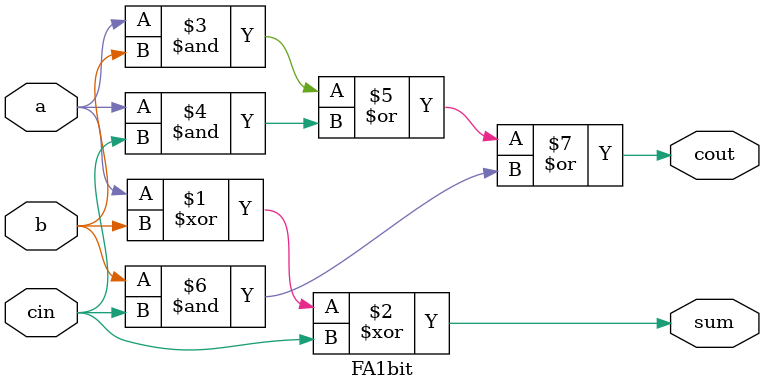
<source format=v>
module FA1bit(a, b, cin, sum, cout);
  input a, b, cin;
  output sum, cout;

  assign sum = a ^ b ^ cin;
  assign cout = (a & b) | (a & cin) | (b & cin);
endmodule

</source>
